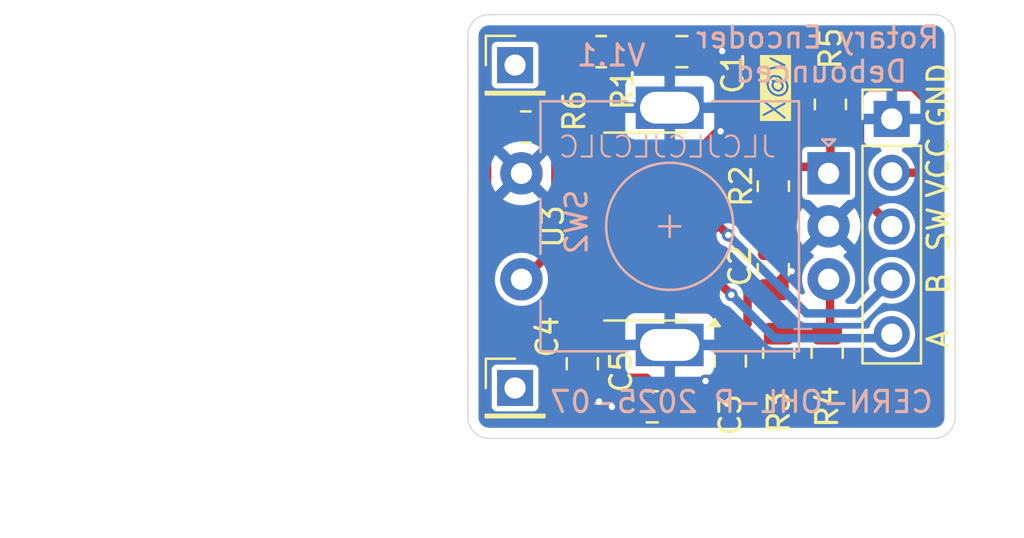
<source format=kicad_pcb>
(kicad_pcb (version 20241229) (generator "pcbnew") (generator_version "9.0")
  (layers (0 "F.Cu" signal) (2 "B.Cu" signal) (13 "F.Paste" user) (15 "B.Paste" user) (5 "F.SilkS" user "F.Silkscreen") (7 "B.SilkS" user "B.Silkscreen") (1 "F.Mask" user) (3 "B.Mask" user) (25 "Edge.Cuts" user))
  (net 0 "")
  (net 1 "GND")
  (net 2 "+3V3")
  (net 3 "SW")
  (net 4 "A")
  (net 5 "B")
  (net 14 "/Rotary_A")
  (net 15 "/Rotary_B")
  (net 16 "/TS_SW")
  (net 17 "/TS_A")
  (net 18 "/TS_B")
  (net 19 "/Rotary_SW")
  (footprint "Capacitor_SMD:C_0805_2012Metric" (layer "F.Cu") (at 22.4842 31.95155 -90)
    (property "Reference" "C4" (at -1.27 1.651 90) (layer "F.SilkS"))
    (property "Value" "100n")
    (fp_line (start -0.261252 0.735) (end 0.261252 0.735) (stroke (width 0.12)) (layer "F.SilkS"))
    (fp_line (start -0.261252 -0.735) (end 0.261252 -0.735) (stroke (width 0.12)) (layer "F.SilkS"))
    (pad "1" smd roundrect (at -0.95 0 270) (size 1 1.45) (layers "F.Cu" "F.Mask" "F.Paste") (net 2 "+3V3"))
    (pad "2" smd roundrect (at 0.95 0 270) (size 1 1.45) (layers "F.Cu" "F.Mask" "F.Paste") (net 1 "GND"))
  )
  (footprint "Connector_PinHeader_2.54mm:PinHeader_1x05_P2.54mm_Vertical" (layer "F.Cu") (at 37.0892 20.39455)
    (property "Reference" "J1" (hide yes))
    (property "Value" "Conn_01x05_Pin")
    (fp_line (start -1.38 -1.38) (end 0 -1.38) (stroke (width 0.12)) (layer "F.SilkS"))
    (fp_line (start -1.38 0) (end -1.38 -1.38) (stroke (width 0.12)) (layer "F.SilkS"))
    (fp_line (start -1.38 1.27) (end -1.38 11.54) (stroke (width 0.12)) (layer "F.SilkS"))
    (fp_line (start -1.38 1.27) (end 1.38 1.27) (stroke (width 0.12)) (layer "F.SilkS"))
    (fp_line (start -1.38 11.54) (end 1.38 11.54) (stroke (width 0.12)) (layer "F.SilkS"))
    (fp_line (start 1.38 1.27) (end 1.38 11.54) (stroke (width 0.12)) (layer "F.SilkS"))
    (pad "1" thru_hole rect (at 0 0) (size 1.7 1.7) (drill 1) (layers "*.Cu" "*.Mask") (net 1 "GND"))
    (pad "2" thru_hole circle (at 0 2.54) (size 1.7 1.7) (drill 1) (layers "*.Cu" "*.Mask") (net 2 "+3V3"))
    (pad "3" thru_hole circle (at 0 5.08) (size 1.7 1.7) (drill 1) (layers "*.Cu" "*.Mask") (net 3 "SW"))
    (pad "4" thru_hole circle (at 0 7.62) (size 1.7 1.7) (drill 1) (layers "*.Cu" "*.Mask") (net 5 "B"))
    (pad "5" thru_hole circle (at 0 10.16) (size 1.7 1.7) (drill 1) (layers "*.Cu" "*.Mask") (net 4 "A"))
  )
  (footprint "Resistor_SMD:R_0805_2012Metric" (layer "F.Cu") (at 34.1936 19.70875 -90)
    (property "Reference" "R5" (at -2.6416 0 90) (layer "F.SilkS"))
    (property "Value" "10k")
    (fp_line (start -0.227064 0.735) (end 0.227064 0.735) (stroke (width 0.12)) (layer "F.SilkS"))
    (fp_line (start -0.227064 -0.735) (end 0.227064 -0.735) (stroke (width 0.12)) (layer "F.SilkS"))
    (pad "1" smd roundrect (at -0.9125 0 270) (size 1.025 1.4) (layers "F.Cu" "F.Mask" "F.Paste") (roundrect_rratio 0.243902) (net 2 "+3V3"))
    (pad "2" smd roundrect (at 0.9125 0 270) (size 1.025 1.4) (layers "F.Cu" "F.Mask" "F.Paste") (roundrect_rratio 0.243902) (net 14 "/Rotary_A"))
  )
  (footprint "Capacitor_SMD:C_0805_2012Metric" (layer "F.Cu") (at 31.5012 27.50655 -90)
    (property "Reference" "C2" (at -0.1778 1.5748 90) (layer "F.SilkS"))
    (property "Value" "10n")
    (fp_line (start -0.261252 0.735) (end 0.261252 0.735) (stroke (width 0.12)) (layer "F.SilkS"))
    (fp_line (start -0.261252 -0.735) (end 0.261252 -0.735) (stroke (width 0.12)) (layer "F.SilkS"))
    (pad "1" smd roundrect (at -0.95 0 270) (size 1 1.45) (layers "F.Cu" "F.Mask" "F.Paste") (net 17 "/TS_A"))
    (pad "2" smd roundrect (at 0.95 0 270) (size 1 1.45) (layers "F.Cu" "F.Mask" "F.Paste") (net 1 "GND"))
  )
  (footprint "Resistor_SMD:R_0805_2012Metric" (layer "F.Cu") (at 34.0412 31.44355 90)
    (property "Reference" "R4" (at -2.54 0 90) (layer "F.SilkS"))
    (property "Value" "10k")
    (fp_line (start -0.227064 -0.735) (end 0.227064 -0.735) (stroke (width 0.12)) (layer "F.SilkS"))
    (fp_line (start -0.227064 0.735) (end 0.227064 0.735) (stroke (width 0.12)) (layer "F.SilkS"))
    (pad "1" smd roundrect (at -0.9125 0 90) (size 1.025 1.4) (layers "F.Cu" "F.Mask" "F.Paste") (roundrect_rratio 0.243902) (net 2 "+3V3"))
    (pad "2" smd roundrect (at 0.9125 0 90) (size 1.025 1.4) (layers "F.Cu" "F.Mask" "F.Paste") (roundrect_rratio 0.243902) (net 15 "/Rotary_B"))
  )
  (footprint "Capacitor_SMD:C_0805_2012Metric" (layer "F.Cu") (at 29.4692 31.82455 -90)
    (property "Reference" "C3" (at 2.54 0 90) (layer "F.SilkS"))
    (property "Value" "10n")
    (fp_line (start -0.261252 0.735) (end 0.261252 0.735) (stroke (width 0.12)) (layer "F.SilkS"))
    (fp_line (start -0.261252 -0.735) (end 0.261252 -0.735) (stroke (width 0.12)) (layer "F.SilkS"))
    (pad "1" smd roundrect (at -0.95 0 270) (size 1 1.45) (layers "F.Cu" "F.Mask" "F.Paste") (net 18 "/TS_B"))
    (pad "2" smd roundrect (at 0.95 0 270) (size 1 1.45) (layers "F.Cu" "F.Mask" "F.Paste") (net 1 "GND"))
  )
  (footprint "Capacitor_SMD:C_0805_2012Metric" (layer "F.Cu") (at 25.7862 33.98355 180)
    (property "Reference" "C5" (at 1.4732 1.651 90) (layer "F.SilkS"))
    (property "Value" "1u")
    (fp_line (start -0.261252 0.735) (end 0.261252 0.735) (stroke (width 0.12)) (layer "F.SilkS"))
    (fp_line (start -0.261252 -0.735) (end 0.261252 -0.735) (stroke (width 0.12)) (layer "F.SilkS"))
    (pad "1" smd roundrect (at -0.95 0 180) (size 1 1.45) (layers "F.Cu" "F.Mask" "F.Paste") (net 2 "+3V3"))
    (pad "2" smd roundrect (at 0.95 0 180) (size 1 1.45) (layers "F.Cu" "F.Mask" "F.Paste") (net 1 "GND"))
  )
  (footprint "Resistor_SMD:R_0805_2012Metric" (layer "F.Cu") (at 31.5012 23.56955 -90)
    (property "Reference" "R2" (at 0 1.524 90) (layer "F.SilkS"))
    (property "Value" "10k")
    (fp_line (start -0.227064 0.735) (end 0.227064 0.735) (stroke (width 0.12)) (layer "F.SilkS"))
    (fp_line (start -0.227064 -0.735) (end 0.227064 -0.735) (stroke (width 0.12)) (layer "F.SilkS"))
    (pad "1" smd roundrect (at -0.9125 0 270) (size 1.025 1.4) (layers "F.Cu" "F.Mask" "F.Paste") (roundrect_rratio 0.243902) (net 14 "/Rotary_A"))
    (pad "2" smd roundrect (at 0.9125 0 270) (size 1.025 1.4) (layers "F.Cu" "F.Mask" "F.Paste") (roundrect_rratio 0.243902) (net 17 "/TS_A"))
  )
  (footprint "Connector_PinHeader_2.54mm:PinHeader_1x01_P2.54mm_Vertical" (layer "F.Cu") (at 19.3092 17.85455)
    (property "Reference" "J2" (hide yes))
    (property "Value" "Mounting hole")
    (fp_line (start -1.38 -1.38) (end 0 -1.38) (stroke (width 0.12)) (layer "F.SilkS"))
    (fp_line (start -1.38 0) (end -1.38 -1.38) (stroke (width 0.12)) (layer "F.SilkS"))
    (fp_line (start -1.38 1.27) (end -1.38 1.38) (stroke (width 0.12)) (layer "F.SilkS"))
    (fp_line (start -1.38 1.27) (end 1.38 1.27) (stroke (width 0.12)) (layer "F.SilkS"))
    (fp_line (start -1.38 1.38) (end 1.38 1.38) (stroke (width 0.12)) (layer "F.SilkS"))
    (fp_line (start 1.38 1.27) (end 1.38 1.38) (stroke (width 0.12)) (layer "F.SilkS"))
    (pad "1" thru_hole rect (at 0 0) (size 1.7 1.7) (drill 1) (layers "*.Cu" "*.Mask"))
  )
  (footprint "Package_SO:SOIC-14_3.9x8.7mm_P1.27mm" (layer "F.Cu") (at 25.4702 25.47455 180)
    (property "Reference" "U3" (at 4.383 0 90) (layer "F.SilkS"))
    (property "Value" "74HC14")
    (fp_line (start 0 4.435) (end 1.95 4.435) (stroke (width 0.12)) (layer "F.SilkS"))
    (fp_line (start 0 4.435) (end -1.95 4.435) (stroke (width 0.12)) (layer "F.SilkS"))
    (fp_line (start 0 -4.435) (end 1.95 -4.435) (stroke (width 0.12)) (layer "F.SilkS"))
    (fp_line (start 0 -4.435) (end -1.95 -4.435) (stroke (width 0.12)) (layer "F.SilkS"))
    (fp_poly (pts (xy -3.26 -4.37) (xy -3.5 -4.7) (xy -3.02 -4.7)) (stroke (width 0.12)) (fill yes) (layer "F.SilkS"))
    (pad "1" smd roundrect (at -2.475 -3.81 180) (size 1.95 0.6) (layers "F.Cu" "F.Mask" "F.Paste") (net 17 "/TS_A"))
    (pad "2" smd roundrect (at -2.475 -2.54 180) (size 1.95 0.6) (layers "F.Cu" "F.Mask" "F.Paste") (net 4 "A"))
    (pad "3" smd roundrect (at -2.475 -1.27 180) (size 1.95 0.6) (layers "F.Cu" "F.Mask" "F.Paste") (net 18 "/TS_B"))
    (pad "4" smd roundrect (at -2.475 0 180) (size 1.95 0.6) (layers "F.Cu" "F.Mask" "F.Paste") (net 5 "B"))
    (pad "5" smd roundrect (at -2.475 1.27 180) (size 1.95 0.6) (layers "F.Cu" "F.Mask" "F.Paste") (net 16 "/TS_SW"))
    (pad "6" smd roundrect (at -2.475 2.54 180) (size 1.95 0.6) (layers "F.Cu" "F.Mask" "F.Paste") (net 3 "SW"))
    (pad "7" smd roundrect (at -2.475 3.81 180) (size 1.95 0.6) (layers "F.Cu" "F.Mask" "F.Paste") (net 1 "GND"))
    (pad "8" smd roundrect (at 2.475 3.81 180) (size 1.95 0.6) (layers "F.Cu" "F.Mask" "F.Paste"))
    (pad "9" smd roundrect (at 2.475 2.54 180) (size 1.95 0.6) (layers "F.Cu" "F.Mask" "F.Paste"))
    (pad "10" smd roundrect (at 2.475 1.27 180) (size 1.95 0.6) (layers "F.Cu" "F.Mask" "F.Paste"))
    (pad "11" smd roundrect (at 2.475 0 180) (size 1.95 0.6) (layers "F.Cu" "F.Mask" "F.Paste"))
    (pad "12" smd roundrect (at 2.475 -1.27 180) (size 1.95 0.6) (layers "F.Cu" "F.Mask" "F.Paste"))
    (pad "13" smd roundrect (at 2.475 -2.54 180) (size 1.95 0.6) (layers "F.Cu" "F.Mask" "F.Paste"))
    (pad "14" smd roundrect (at 2.475 -3.81 180) (size 1.95 0.6) (layers "F.Cu" "F.Mask" "F.Paste") (net 2 "+3V3"))
  )
  (footprint "Resistor_SMD:R_0805_2012Metric" (layer "F.Cu") (at 23.3732 17.21955)
    (property "Reference" "R1" (at 1.016 1.778 90) (layer "F.SilkS"))
    (property "Value" "10k")
    (fp_line (start -0.227064 -0.735) (end 0.227064 -0.735) (stroke (width 0.12)) (layer "F.SilkS"))
    (fp_line (start -0.227064 0.735) (end 0.227064 0.735) (stroke (width 0.12)) (layer "F.SilkS"))
    (pad "1" smd roundrect (at -0.9125 0) (size 1.025 1.4) (layers "F.Cu" "F.Mask" "F.Paste") (roundrect_rratio 0.243902) (net 19 "/Rotary_SW"))
    (pad "2" smd roundrect (at 0.9125 0) (size 1.025 1.4) (layers "F.Cu" "F.Mask" "F.Paste") (roundrect_rratio 0.243902) (net 16 "/TS_SW"))
  )
  (footprint "Resistor_SMD:R_0805_2012Metric" (layer "F.Cu") (at 19.8172 20.77555)
    (property "Reference" "R6" (at 2.286 -0.762 90) (layer "F.SilkS"))
    (property "Value" "10k")
    (fp_line (start -0.227064 -0.735) (end 0.227064 -0.735) (stroke (width 0.12)) (layer "F.SilkS"))
    (fp_line (start -0.227064 0.735) (end 0.227064 0.735) (stroke (width 0.12)) (layer "F.SilkS"))
    (pad "1" smd roundrect (at -0.9125 0) (size 1.025 1.4) (layers "F.Cu" "F.Mask" "F.Paste") (roundrect_rratio 0.243902) (net 2 "+3V3"))
    (pad "2" smd roundrect (at 0.9125 0) (size 1.025 1.4) (layers "F.Cu" "F.Mask" "F.Paste") (roundrect_rratio 0.243902) (net 19 "/Rotary_SW"))
  )
  (footprint "Resistor_SMD:R_0805_2012Metric" (layer "F.Cu") (at 31.7552 31.44355 -90)
    (property "Reference" "R3" (at 2.794 0 90) (layer "F.SilkS"))
    (property "Value" "10k")
    (fp_line (start -0.227064 0.735) (end 0.227064 0.735) (stroke (width 0.12)) (layer "F.SilkS"))
    (fp_line (start -0.227064 -0.735) (end 0.227064 -0.735) (stroke (width 0.12)) (layer "F.SilkS"))
    (pad "1" smd roundrect (at -0.9125 0 270) (size 1.025 1.4) (layers "F.Cu" "F.Mask" "F.Paste") (roundrect_rratio 0.243902) (net 15 "/Rotary_B"))
    (pad "2" smd roundrect (at 0.9125 0 270) (size 1.025 1.4) (layers "F.Cu" "F.Mask" "F.Paste") (roundrect_rratio 0.243902) (net 18 "/TS_B"))
  )
  (footprint "Connector_PinHeader_2.54mm:PinHeader_1x01_P2.54mm_Vertical" (layer "F.Cu") (at 19.3092 33.09455)
    (property "Reference" "J3" (hide yes))
    (property "Value" "Mounting hole")
    (fp_line (start -1.38 -1.38) (end 0 -1.38) (stroke (width 0.12)) (layer "F.SilkS"))
    (fp_line (start -1.38 0) (end -1.38 -1.38) (stroke (width 0.12)) (layer "F.SilkS"))
    (fp_line (start -1.38 1.27) (end -1.38 1.38) (stroke (width 0.12)) (layer "F.SilkS"))
    (fp_line (start -1.38 1.27) (end 1.38 1.27) (stroke (width 0.12)) (layer "F.SilkS"))
    (fp_line (start -1.38 1.38) (end 1.38 1.38) (stroke (width 0.12)) (layer "F.SilkS"))
    (fp_line (start 1.38 1.27) (end 1.38 1.38) (stroke (width 0.12)) (layer "F.SilkS"))
    (pad "1" thru_hole rect (at 0 0) (size 1.7 1.7) (drill 1) (layers "*.Cu" "*.Mask"))
  )
  (footprint "Capacitor_SMD:C_0805_2012Metric" (layer "F.Cu") (at 27.1832 17.21955)
    (property "Reference" "C1" (at 2.413 1.016 90) (layer "F.SilkS"))
    (property "Value" "10n")
    (fp_line (start -0.261252 -0.735) (end 0.261252 -0.735) (stroke (width 0.12)) (layer "F.SilkS"))
    (fp_line (start -0.261252 0.735) (end 0.261252 0.735) (stroke (width 0.12)) (layer "F.SilkS"))
    (pad "1" smd roundrect (at -0.95 0) (size 1 1.45) (layers "F.Cu" "F.Mask" "F.Paste") (net 16 "/TS_SW"))
    (pad "2" smd roundrect (at 0.95 0) (size 1 1.45) (layers "F.Cu" "F.Mask" "F.Paste") (net 1 "GND"))
  )
  (footprint "Rotary_Encoder:RotaryEncoder_Alps_EC11E-Switch_Vertical_H20mm" (layer "B.Cu") (at 34.1092 22.96455 180)
    (property "Reference" "SW2" (at 11.8996 -2.2906 90) (layer "B.SilkS") (effects (justify mirror)))
    (property "Value" "RotaryEncoder_Switch_MP")
    (fp_line (start 13.6 3.4) (end 13.6 1) (stroke (width 0.12)) (layer "B.SilkS"))
    (fp_line (start 13.6 -1.2) (end 13.6 -3.8) (stroke (width 0.12)) (layer "B.SilkS"))
    (fp_line (start 13.6 -6) (end 13.6 -8.4) (stroke (width 0.12)) (layer "B.SilkS"))
    (fp_line (start 13.6 -8.4) (end 9.5 -8.4) (stroke (width 0.12)) (layer "B.SilkS"))
    (fp_line (start 9.5 3.4) (end 13.6 3.4) (stroke (width 0.12)) (layer "B.SilkS"))
    (fp_line (start 7.5 -2) (end 7.5 -3) (stroke (width 0.12)) (layer "B.SilkS"))
    (fp_line (start 7 -2.5) (end 8 -2.5) (stroke (width 0.12)) (layer "B.SilkS"))
    (fp_line (start 5.5 3.4) (end 1.4 3.4) (stroke (width 0.12)) (layer "B.SilkS"))
    (fp_line (start 5.5 -8.4) (end 1.4 -8.4) (stroke (width 0.12)) (layer "B.SilkS"))
    (fp_line (start 1.4 3.4) (end 1.4 -8.4) (stroke (width 0.12)) (layer "B.SilkS"))
    (fp_line (start 0.3 1.6) (end 0 1.3) (stroke (width 0.12)) (layer "B.SilkS"))
    (fp_line (start 0 1.3) (end -0.3 1.6) (stroke (width 0.12)) (layer "B.SilkS"))
    (fp_line (start -0.3 1.6) (end 0.3 1.6) (stroke (width 0.12)) (layer "B.SilkS"))
    (fp_circle (center 7.5 -2.5) (end 10.5 -2.5) (stroke (width 0.12)) (fill no) (layer "B.SilkS"))
    (pad "A" thru_hole rect (at 0 0 180) (size 2 2) (drill 1) (layers "*.Cu" "*.Mask") (net 14 "/Rotary_A"))
    (pad "B" thru_hole circle (at 0 -5 180) (size 2 2) (drill 1) (layers "*.Cu" "*.Mask") (net 15 "/Rotary_B"))
    (pad "C" thru_hole circle (at 0 -2.5 180) (size 2 2) (drill 1) (layers "*.Cu" "*.Mask") (net 1 "GND"))
    (pad "MP" thru_hole rect (at 7.5 -8.1 180) (size 3.2 2) (drill oval 2.8 1.5) (layers "*.Cu" "*.Mask") (net 1 "GND"))
    (pad "MP" thru_hole rect (at 7.5 3.1 180) (size 3.2 2) (drill oval 2.8 1.5) (layers "*.Cu" "*.Mask") (net 1 "GND"))
    (pad "S1" thru_hole circle (at 14.5 -5 180) (size 2 2) (drill 1) (layers "*.Cu" "*.Mask") (net 19 "/Rotary_SW"))
    (pad "S2" thru_hole circle (at 14.5 0 180) (size 2 2) (drill 1) (layers "*.Cu" "*.Mask") (net 1 "GND"))
  )
  (gr_line (start 40.0802 16.47455) (end 40.0802 34.47455) (stroke (width 0.05)) (layer "Edge.Cuts"))
  (gr_arc (start 39.0802 15.47455) (mid 39.787274 15.767461) (end 40.0802 16.47455) (stroke (width 0.05)) (layer "Edge.Cuts"))
  (gr_arc (start 18.0802 35.47455) (mid 17.373093 35.181657) (end 17.0802 34.47455) (stroke (width 0.05)) (layer "Edge.Cuts"))
  (gr_line (start 18.0802 15.47455) (end 39.0802 15.47455) (stroke (width 0.05)) (layer "Edge.Cuts"))
  (gr_line (start 17.0802 34.47455) (end 17.0802 16.47455) (stroke (width 0.05)) (layer "Edge.Cuts"))
  (gr_arc (start 40.0802 34.47455) (mid 39.787339 35.181704) (end 39.0802 35.47455) (stroke (width 0.05)) (layer "Edge.Cuts"))
  (gr_arc (start 17.0802 16.47455) (mid 17.373096 15.767461) (end 18.0802 15.47455) (stroke (width 0.05)) (layer "Edge.Cuts"))
  (gr_line (start 39.0802 35.47455) (end 18.0802 35.47455) (stroke (width 0.05)) (layer "Edge.Cuts"))
  (gr_text "GND" (at 39.8832 20.90255 90) (layer "F.SilkS") (effects (font (size 1 1)) (justify left bottom)))
  (gr_text "B" (at 39.8832 28.77655 90) (layer "F.SilkS") (effects (font (size 1 1)) (justify left bottom)))
  (gr_text "VCC" (at 39.8578 24.20455 90) (layer "F.SilkS") (effects (font (size 1 1)) (justify left bottom)))
  (gr_text "SW" (at 39.8832 26.74455 90) (layer "F.SilkS") (effects (font (size 1 1)) (justify left bottom)))
  (gr_text "A" (at 39.8832 31.31655 90) (layer "F.SilkS") (effects (font (size 1 1)) (justify left bottom)))
  (gr_text "X@v" (at 32.1616 18.97215 90) (layer "F.SilkS" knockout) (effects (font (size 1 1) (thickness 0.1) (italic yes)) (justify bottom)))
  (gr_text "Rotary Encoder \n  Debounced" (at 39.426 18.74355 0) (layer "B.SilkS") (effects (font (size 1 1)) (justify left bottom mirror)))
  (gr_text "JLCJLCJLCJLC" (at 31.7044 22.29955 0) (layer "B.SilkS") (effects (font (size 1 1) (thickness 0.1)) (justify left bottom mirror)))
  (gr_text "V1.1" (at 22.1286 17.98155 0) (layer "B.SilkS") (effects (font (size 1 1)) (justify right bottom mirror)))
  (gr_text "CERN-OHL-P 2025-07" (at 39.1212 34.33915 0) (layer "B.SilkS") (effects (font (size 1 1)) (justify left bottom mirror)))
  (segment (start 29.0628 17.21955) (end 29.0882 17.19415) (width 0.6) (layer "F.Cu") (net 1))
  (segment (start 28.311 32.77455) (end 28.3008 32.76435) (width 0.6) (layer "F.Cu") (net 1))
  (segment (start 28.1332 17.21955) (end 29.0628 17.21955) (width 0.6) (layer "F.Cu") (net 1))
  (segment (start 23.2716 33.72955) (end 22.4842 32.94215) (width 0.6) (layer "F.Cu") (net 1))
  (segment (start 24.8362 33.98355) (end 23.8812 33.98355) (width 0.6) (layer "F.Cu") (net 1))
  (segment (start 32.3648 27.58275) (end 31.5012 28.44635) (width 0.6) (layer "F.Cu") (net 1))
  (segment (start 22.4842 32.94215) (end 22.4842 32.90155) (width 0.6) (layer "F.Cu") (net 1))
  (segment (start 31.5012 28.44635) (end 31.5012 28.45655) (width 0.6) (layer "F.Cu") (net 1))
  (segment (start 29.012 20.97875) (end 28.3262 21.66455) (width 0.6) (layer "F.Cu") (net 1))
  (segment (start 28.3262 21.66455) (end 27.9452 21.66455) (width 0.6) (layer "F.Cu") (net 1))
  (segment (start 29.4692 32.77455) (end 28.311 32.77455) (width 0.6) (layer "F.Cu") (net 1))
  (via (at 29.012 20.97875) (size 0.6) (drill 0.3) (layers "F.Cu" "B.Cu") (net 1))
  (via (at 23.2716 33.72955) (size 0.6) (drill 0.3) (layers "F.Cu" "B.Cu") (net 1))
  (via (at 23.8812 33.98355) (size 0.6) (drill 0.3) (layers "F.Cu" "B.Cu") (net 1))
  (via (at 32.3648 27.58275) (size 0.6) (drill 0.3) (layers "F.Cu" "B.Cu") (net 1))
  (via (at 29.0882 17.19415) (size 0.6) (drill 0.3) (layers "F.Cu" "B.Cu") (net 1))
  (via (at 28.3008 32.76435) (size 0.6) (drill 0.3) (layers "F.Cu" "B.Cu") (net 1))
  (segment (start 38.3084 22.93455) (end 38.8164 22.93455) (width 0.4) (layer "F.Cu") (net 2))
  (segment (start 32.4137 33.98355) (end 34.0412 32.35605) (width 0.6) (layer "F.Cu") (net 2))
  (segment (start 38.8164 22.93455) (end 38.8164 23.44255) (width 0.6) (layer "F.Cu") (net 2))
  (segment (start 17.8868 29.15755) (end 17.8868 21.79345) (width 0.6) (layer "F.Cu") (net 2))
  (segment (start 17.8868 21.79345) (end 18.9047 20.77555) (width 0.6) (layer "F.Cu") (net 2))
  (segment (start 26.7362 33.98355) (end 32.4137 33.98355) (width 0.6) (layer "F.Cu") (net 2))
  (segment (start 37.8437 32.35605) (end 34.0412 32.35605) (width 0.6) (layer "F.Cu") (net 2))
  (segment (start 34.1936 18.79625) (end 38.1325 18.79625) (width 0.6) (layer "F.Cu") (net 2))
  (segment (start 22.4842 31.00155) (end 19.7308 31.00155) (width 0.6) (layer "F.Cu") (net 2))
  (segment (start 19.7308 31.00155) (end 17.8868 29.15755) (width 0.6) (layer "F.Cu") (net 2))
  (segment (start 22.4842 29.33535) (end 22.4842 31.00155) (width 0.6) (layer "F.Cu") (net 2))
  (segment (start 38.3084 22.93455) (end 38.8164 23.44255) (width 0.4) (layer "F.Cu") (net 2))
  (segment (start 22.9952 29.28455) (end 22.535 29.28455) (width 0.6) (layer "F.Cu") (net 2))
  (segment (start 38.1325 18.79625) (end 38.8164 19.48015) (width 0.6) (layer "F.Cu") (net 2))
  (segment (start 22.535 29.28455) (end 22.4842 29.33535) (width 0.6) (layer "F.Cu") (net 2))
  (segment (start 38.8164 27.98915) (end 38.8164 31.38335) (width 0.6) (layer "F.Cu") (net 2))
  (segment (start 24.1962 32.71355) (end 25.4662 32.71355) (width 0.6) (layer "F.Cu") (net 2))
  (segment (start 38.3084 22.93455) (end 38.791 22.45195) (width 0.4) (layer "F.Cu") (net 2))
  (segment (start 38.8164 22.45195) (end 38.8164 22.93455) (width 0.6) (layer "F.Cu") (net 2))
  (segment (start 38.8164 19.48015) (end 38.8164 22.45195) (width 0.6) (layer "F.Cu") (net 2))
  (segment (start 38.8164 31.38335) (end 37.8437 32.35605) (width 0.6) (layer "F.Cu") (net 2))
  (segment (start 25.4662 32.71355) (end 26.7362 33.98355) (width 0.6) (layer "F.Cu") (net 2))
  (segment (start 38.791 22.45195) (end 38.8164 22.45195) (width 0.4) (layer "F.Cu") (net 2))
  (segment (start 37.0892 22.93455) (end 38.3084 22.93455) (width 0.4) (layer "F.Cu") (net 2))
  (segment (start 22.4842 31.00155) (end 24.1962 32.71355) (width 0.6) (layer "F.Cu") (net 2))
  (segment (start 38.8164 23.44255) (end 38.8164 27.98915) (width 0.6) (layer "F.Cu") (net 2))
  (segment (start 29.686858 22.93455) (end 32.938058 19.68335) (width 0.4) (layer "F.Cu") (net 3))
  (segment (start 32.938058 19.68335) (end 35.0064 19.68335) (width 0.4) (layer "F.Cu") (net 3))
  (segment (start 35.5906 20.26755) (end 35.5906 23.97595) (width 0.4) (layer "F.Cu") (net 3))
  (segment (start 35.0064 19.68335) (end 35.5906 20.26755) (width 0.4) (layer "F.Cu") (net 3))
  (segment (start 35.5906 23.97595) (end 37.0892 25.47455) (width 0.4) (layer "F.Cu") (net 3))
  (segment (start 27.9452 22.93455) (end 29.686858 22.93455) (width 0.4) (layer "F.Cu") (net 3))
  (segment (start 27.9452 28.01455) (end 28.8342 28.01455) (width 0.4) (layer "F.Cu") (net 4))
  (segment (start 28.8342 28.01455) (end 29.52 28.70035) (width 0.4) (layer "F.Cu") (net 4))
  (via (at 29.52 28.70035) (size 0.6) (drill 0.3) (layers "F.Cu" "B.Cu") (net 4))
  (segment (start 36.8992 30.74455) (end 37.0892 30.55455) (width 0.4) (layer "B.Cu") (net 4))
  (segment (start 31.5642 30.74455) (end 36.8992 30.74455) (width 0.4) (layer "B.Cu") (net 4))
  (segment (start 29.52 28.70035) (end 31.5642 30.74455) (width 0.4) (layer "B.Cu") (net 4))
  (segment (start 27.9452 25.47455) (end 28.9692 25.47455) (width 0.4) (layer "F.Cu") (net 5))
  (segment (start 28.9692 25.47455) (end 29.3692 25.87455) (width 0.4) (layer "F.Cu") (net 5))
  (via (at 29.3692 25.87455) (size 0.6) (drill 0.3) (layers "F.Cu" "B.Cu") (net 5))
  (segment (start 33.0692 29.57455) (end 35.5292 29.57455) (width 0.4) (layer "B.Cu") (net 5))
  (segment (start 29.3692 25.87455) (end 33.0692 29.57455) (width 0.4) (layer "B.Cu") (net 5))
  (segment (start 35.5292 29.57455) (end 37.0892 28.01455) (width 0.4) (layer "B.Cu") (net 5))
  (segment (start 34.1936 20.62125) (end 34.1936 22.96815) (width 0.4) (layer "F.Cu") (net 14))
  (segment (start 31.5012 22.65705) (end 33.8457 22.65705) (width 0.4) (layer "F.Cu") (net 14))
  (segment (start 34.1936 22.96815) (end 34.1752 22.98655) (width 0.4) (layer "F.Cu") (net 14))
  (segment (start 33.8457 22.65705) (end 34.1752 22.98655) (width 0.4) (layer "F.Cu") (net 14))
  (segment (start 34.0412 30.53105) (end 31.7552 30.53105) (width 0.4) (layer "F.Cu") (net 15))
  (segment (start 34.1752 27.98655) (end 34.1752 30.39705) (width 0.4) (layer "F.Cu") (net 15))
  (segment (start 34.1752 30.39705) (end 34.0412 30.53105) (width 0.4) (layer "F.Cu") (net 15))
  (segment (start 24.2857 17.21955) (end 26.2332 17.21955) (width 0.4) (layer "F.Cu") (net 16))
  (segment (start 24.2857 21.20545) (end 27.2848 24.20455) (width 0.4) (layer "F.Cu") (net 16))
  (segment (start 27.2848 24.20455) (end 27.9452 24.20455) (width 0.4) (layer "F.Cu") (net 16))
  (segment (start 24.2857 17.21955) (end 24.2857 21.20545) (width 0.4) (layer "F.Cu") (net 16))
  (segment (start 31.5012 24.48205) (end 31.5012 26.55655) (width 0.6) (layer "F.Cu") (net 17))
  (segment (start 31.5012 24.48205) (end 31.1507 24.83255) (width 0.4) (layer "F.Cu") (net 17))
  (segment (start 31.8974 26.55655) (end 31.9076 26.56675) (width 0.6) (layer "F.Cu") (net 17))
  (segment (start 31.1507 24.83255) (end 26.7584 24.83255) (width 0.4) (layer "F.Cu") (net 17))
  (segment (start 26.3958 28.710149) (end 26.970201 29.28455) (width 0.4) (layer "F.Cu") (net 17))
  (segment (start 26.3958 25.19515) (end 26.3958 28.710149) (width 0.4) (layer "F.Cu") (net 17))
  (segment (start 31.2237 24.20455) (end 31.5012 24.48205) (width 0.4) (layer "F.Cu") (net 17))
  (segment (start 26.7584 24.83255) (end 26.3958 25.19515) (width 0.4) (layer "F.Cu") (net 17))
  (segment (start 26.970201 29.28455) (end 27.9452 29.28455) (width 0.4) (layer "F.Cu") (net 17))
  (segment (start 31.2961 32.35605) (end 31.7552 32.35605) (width 0.4) (layer "F.Cu") (net 18))
  (segment (start 30.282 28.106351) (end 30.282 30.06175) (width 0.4) (layer "F.Cu") (net 18))
  (segment (start 29.4692 30.87455) (end 29.8146 30.87455) (width 0.4) (layer "F.Cu") (net 18))
  (segment (start 30.282 30.06175) (end 29.4692 30.87455) (width 0.4) (layer "F.Cu") (net 18))
  (segment (start 27.9452 26.74455) (end 28.920199 26.74455) (width 0.4) (layer "F.Cu") (net 18))
  (segment (start 29.8146 30.87455) (end 31.2961 32.35605) (width 0.4) (layer "F.Cu") (net 18))
  (segment (start 28.920199 26.74455) (end 30.282 28.106351) (width 0.4) (layer "F.Cu") (net 18))
  (segment (start 21.2124 26.44935) (end 19.6752 27.98655) (width 0.4) (layer "F.Cu") (net 19))
  (segment (start 22.4607 19.04455) (end 20.7297 20.77555) (width 0.4) (layer "F.Cu") (net 19))
  (segment (start 22.4607 17.21955) (end 22.4607 19.04455) (width 0.4) (layer "F.Cu") (net 19))
  (segment (start 20.7297 20.77555) (end 21.2124 21.25825) (width 0.4) (layer "F.Cu") (net 19))
  (segment (start 21.2124 21.25825) (end 21.2124 26.44935) (width 0.4) (layer "F.Cu") (net 19))
  (zone (net 1) (net_name "GND") (layer "B.Cu") (connect_pads (clearance 0.25)) (min_thickness 0.25) (fill yes (thermal_gap 0.5) (thermal_bridge_width 0.5))
    (polygon (pts (xy 16.0072 14.78115) (xy 16.0072 36.633171) (xy 40.8992 36.37115) (xy 40.8992 14.78115)))
  )
)
</source>
